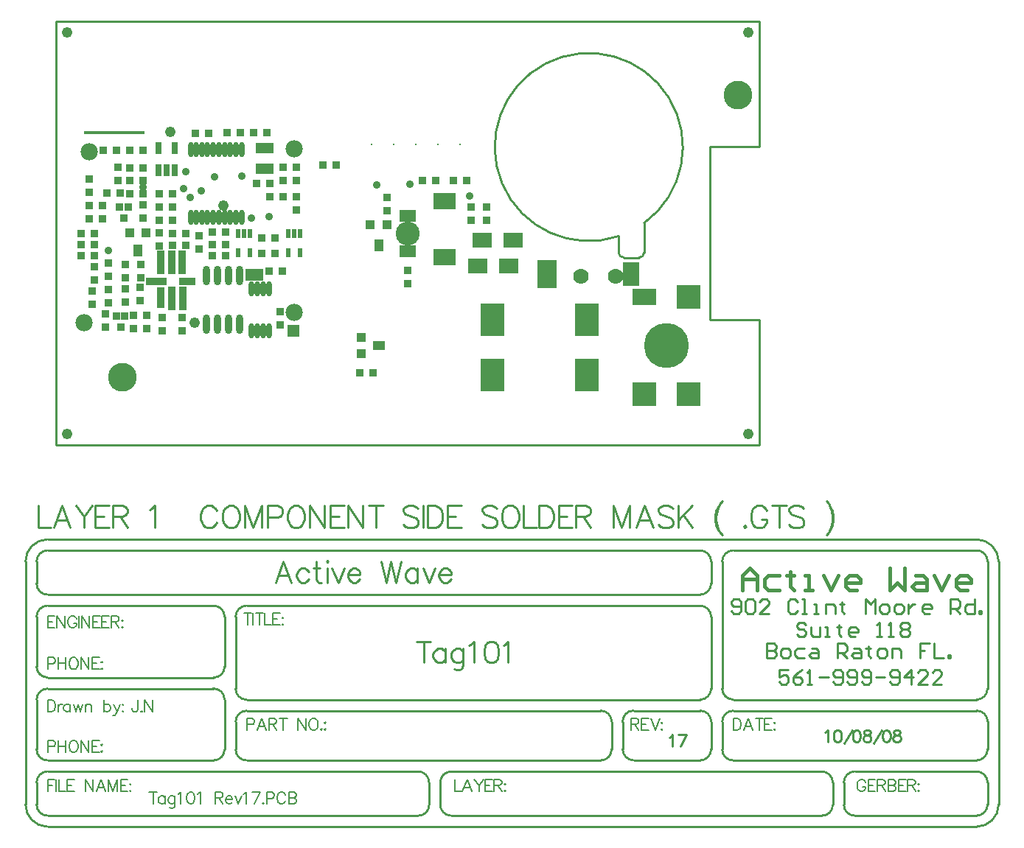
<source format=gts>
%FSLAX23Y23*%
%MOIN*%
G70*
G01*
G75*
G04 Layer_Color=8388736*
%ADD10R,0.080X0.060*%
%ADD11R,0.091X0.067*%
%ADD12R,0.030X0.030*%
%ADD13R,0.030X0.030*%
%ADD14R,0.024X0.024*%
%ADD15R,0.098X0.138*%
%ADD16R,0.020X0.050*%
%ADD17R,0.080X0.120*%
%ADD18R,0.070X0.100*%
%ADD19R,0.100X0.070*%
%ADD20O,0.016X0.060*%
%ADD21R,0.014X0.035*%
%ADD22R,0.025X0.030*%
%ADD23R,0.100X0.100*%
%ADD24R,0.064X0.044*%
%ADD25R,0.014X0.035*%
%ADD26R,0.090X0.024*%
%ADD27R,0.024X0.100*%
%ADD28R,0.070X0.024*%
%ADD29R,0.024X0.090*%
%ADD30O,0.016X0.060*%
%ADD31R,0.075X0.043*%
%ADD32R,0.036X0.036*%
%ADD33R,0.036X0.050*%
%ADD34C,0.040*%
%ADD35R,0.074X0.045*%
%ADD36R,0.036X0.036*%
%ADD37R,0.050X0.036*%
%ADD38O,0.024X0.080*%
%ADD39C,0.015*%
%ADD40C,0.040*%
%ADD41C,0.006*%
%ADD42C,0.025*%
%ADD43C,0.010*%
%ADD44C,0.030*%
%ADD45C,0.012*%
%ADD46C,0.016*%
%ADD47C,0.014*%
%ADD48C,0.020*%
%ADD49C,0.008*%
%ADD50C,0.074*%
%ADD51C,0.005*%
%ADD52C,0.009*%
%ADD53C,0.062*%
%ADD54C,0.195*%
%ADD55C,0.070*%
%ADD56C,0.100*%
%ADD57C,0.122*%
%ADD58R,0.050X0.050*%
%ADD59C,0.028*%
%ADD60R,0.070X0.070*%
%ADD61R,0.062X0.062*%
%ADD62C,0.006*%
%ADD63C,0.010*%
%ADD64R,0.273X0.018*%
%ADD65R,0.088X0.068*%
%ADD66R,0.099X0.075*%
%ADD67R,0.038X0.038*%
%ADD68R,0.038X0.038*%
%ADD69R,0.032X0.032*%
%ADD70R,0.106X0.146*%
%ADD71R,0.028X0.058*%
%ADD72R,0.088X0.128*%
%ADD73R,0.078X0.108*%
%ADD74R,0.108X0.078*%
%ADD75O,0.024X0.068*%
%ADD76R,0.022X0.043*%
%ADD77R,0.033X0.038*%
%ADD78R,0.108X0.108*%
%ADD79R,0.072X0.052*%
%ADD80R,0.022X0.043*%
%ADD81R,0.098X0.032*%
%ADD82R,0.032X0.108*%
%ADD83R,0.078X0.032*%
%ADD84R,0.032X0.098*%
%ADD85O,0.024X0.068*%
%ADD86R,0.083X0.051*%
%ADD87R,0.044X0.044*%
%ADD88R,0.044X0.058*%
%ADD89C,0.048*%
%ADD90R,0.082X0.053*%
%ADD91R,0.044X0.044*%
%ADD92R,0.058X0.044*%
%ADD93O,0.032X0.088*%
%ADD94C,0.203*%
%ADD95C,0.078*%
%ADD96C,0.108*%
%ADD97C,0.130*%
%ADD98C,0.008*%
%ADD99R,0.008X0.008*%
%ADD100R,0.058X0.058*%
%ADD101C,0.036*%
D39*
X3053Y-708D02*
Y-641D01*
X3086Y-608D01*
X3119Y-641D01*
Y-708D01*
Y-658D01*
X3053D01*
X3219Y-641D02*
X3169D01*
X3152Y-658D01*
Y-691D01*
X3169Y-708D01*
X3219D01*
X3269Y-625D02*
Y-641D01*
X3252D01*
X3286D01*
X3269D01*
Y-691D01*
X3286Y-708D01*
X3336D02*
X3369D01*
X3352D01*
Y-641D01*
X3336D01*
X3419D02*
X3452Y-708D01*
X3486Y-641D01*
X3569Y-708D02*
X3536D01*
X3519Y-691D01*
Y-658D01*
X3536Y-641D01*
X3569D01*
X3586Y-658D01*
Y-675D01*
X3519D01*
X3719Y-608D02*
Y-708D01*
X3752Y-675D01*
X3786Y-708D01*
Y-608D01*
X3836Y-641D02*
X3869D01*
X3886Y-658D01*
Y-708D01*
X3836D01*
X3819Y-691D01*
X3836Y-675D01*
X3886D01*
X3919Y-641D02*
X3952Y-708D01*
X3986Y-641D01*
X4069Y-708D02*
X4036D01*
X4019Y-691D01*
Y-658D01*
X4036Y-641D01*
X4069D01*
X4086Y-658D01*
Y-675D01*
X4019D01*
D43*
X-130Y-325D02*
Y-425D01*
X-73D01*
X14D02*
X-24Y-325D01*
X-62Y-425D01*
X-48Y-392D02*
X-0D01*
X38Y-325D02*
X76Y-373D01*
Y-425D01*
X114Y-325D02*
X76Y-373D01*
X189Y-325D02*
X127D01*
Y-425D01*
X189D01*
X127Y-373D02*
X165D01*
X205Y-325D02*
Y-425D01*
Y-325D02*
X248D01*
X262Y-330D01*
X267Y-335D01*
X272Y-344D01*
Y-354D01*
X267Y-363D01*
X262Y-368D01*
X248Y-373D01*
X205D01*
X238D02*
X272Y-425D01*
X373Y-344D02*
X382Y-339D01*
X397Y-325D01*
Y-425D01*
X675Y-349D02*
X670Y-339D01*
X660Y-330D01*
X651Y-325D01*
X632D01*
X622Y-330D01*
X613Y-339D01*
X608Y-349D01*
X603Y-363D01*
Y-387D01*
X608Y-401D01*
X613Y-411D01*
X622Y-420D01*
X632Y-425D01*
X651D01*
X660Y-420D01*
X670Y-411D01*
X675Y-401D01*
X731Y-325D02*
X722Y-330D01*
X712Y-339D01*
X707Y-349D01*
X703Y-363D01*
Y-387D01*
X707Y-401D01*
X712Y-411D01*
X722Y-420D01*
X731Y-425D01*
X750D01*
X760Y-420D01*
X769Y-411D01*
X774Y-401D01*
X779Y-387D01*
Y-363D01*
X774Y-349D01*
X769Y-339D01*
X760Y-330D01*
X750Y-325D01*
X731D01*
X802D02*
Y-425D01*
Y-325D02*
X840Y-425D01*
X878Y-325D02*
X840Y-425D01*
X878Y-325D02*
Y-425D01*
X907Y-377D02*
X950D01*
X964Y-373D01*
X969Y-368D01*
X974Y-358D01*
Y-344D01*
X969Y-335D01*
X964Y-330D01*
X950Y-325D01*
X907D01*
Y-425D01*
X1025Y-325D02*
X1015Y-330D01*
X1005Y-339D01*
X1001Y-349D01*
X996Y-363D01*
Y-387D01*
X1001Y-401D01*
X1005Y-411D01*
X1015Y-420D01*
X1025Y-425D01*
X1044D01*
X1053Y-420D01*
X1063Y-411D01*
X1067Y-401D01*
X1072Y-387D01*
Y-363D01*
X1067Y-349D01*
X1063Y-339D01*
X1053Y-330D01*
X1044Y-325D01*
X1025D01*
X1095D02*
Y-425D01*
Y-325D02*
X1162Y-425D01*
Y-325D02*
Y-425D01*
X1252Y-325D02*
X1190D01*
Y-425D01*
X1252D01*
X1190Y-373D02*
X1228D01*
X1268Y-325D02*
Y-425D01*
Y-325D02*
X1335Y-425D01*
Y-325D02*
Y-425D01*
X1396Y-325D02*
Y-425D01*
X1363Y-325D02*
X1429D01*
X1586Y-339D02*
X1577Y-330D01*
X1562Y-325D01*
X1543D01*
X1529Y-330D01*
X1520Y-339D01*
Y-349D01*
X1524Y-358D01*
X1529Y-363D01*
X1539Y-368D01*
X1567Y-377D01*
X1577Y-382D01*
X1582Y-387D01*
X1586Y-396D01*
Y-411D01*
X1577Y-420D01*
X1562Y-425D01*
X1543D01*
X1529Y-420D01*
X1520Y-411D01*
X1609Y-325D02*
Y-425D01*
X1630Y-325D02*
Y-425D01*
Y-325D02*
X1663D01*
X1677Y-330D01*
X1687Y-339D01*
X1692Y-349D01*
X1696Y-363D01*
Y-387D01*
X1692Y-401D01*
X1687Y-411D01*
X1677Y-420D01*
X1663Y-425D01*
X1630D01*
X1781Y-325D02*
X1719D01*
Y-425D01*
X1781D01*
X1719Y-373D02*
X1757D01*
X1942Y-339D02*
X1933Y-330D01*
X1919Y-325D01*
X1900D01*
X1885Y-330D01*
X1876Y-339D01*
Y-349D01*
X1881Y-358D01*
X1885Y-363D01*
X1895Y-368D01*
X1923Y-377D01*
X1933Y-382D01*
X1938Y-387D01*
X1942Y-396D01*
Y-411D01*
X1933Y-420D01*
X1919Y-425D01*
X1900D01*
X1885Y-420D01*
X1876Y-411D01*
X1993Y-325D02*
X1984Y-330D01*
X1974Y-339D01*
X1970Y-349D01*
X1965Y-363D01*
Y-387D01*
X1970Y-401D01*
X1974Y-411D01*
X1984Y-420D01*
X1993Y-425D01*
X2012D01*
X2022Y-420D01*
X2031Y-411D01*
X2036Y-401D01*
X2041Y-387D01*
Y-363D01*
X2036Y-349D01*
X2031Y-339D01*
X2022Y-330D01*
X2012Y-325D01*
X1993D01*
X2064D02*
Y-425D01*
X2121D01*
X2132Y-325D02*
Y-425D01*
Y-325D02*
X2166D01*
X2180Y-330D01*
X2190Y-339D01*
X2194Y-349D01*
X2199Y-363D01*
Y-387D01*
X2194Y-401D01*
X2190Y-411D01*
X2180Y-420D01*
X2166Y-425D01*
X2132D01*
X2283Y-325D02*
X2221D01*
Y-425D01*
X2283D01*
X2221Y-373D02*
X2259D01*
X2300Y-325D02*
Y-425D01*
Y-325D02*
X2343D01*
X2357Y-330D01*
X2362Y-335D01*
X2367Y-344D01*
Y-354D01*
X2362Y-363D01*
X2357Y-368D01*
X2343Y-373D01*
X2300D01*
X2333D02*
X2367Y-425D01*
X2468Y-325D02*
Y-425D01*
Y-325D02*
X2506Y-425D01*
X2544Y-325D02*
X2506Y-425D01*
X2544Y-325D02*
Y-425D01*
X2648D02*
X2610Y-325D01*
X2572Y-425D01*
X2587Y-392D02*
X2634D01*
X2738Y-339D02*
X2729Y-330D01*
X2715Y-325D01*
X2696D01*
X2681Y-330D01*
X2672Y-339D01*
Y-349D01*
X2677Y-358D01*
X2681Y-363D01*
X2691Y-368D01*
X2719Y-377D01*
X2729Y-382D01*
X2734Y-387D01*
X2738Y-396D01*
Y-411D01*
X2729Y-420D01*
X2715Y-425D01*
X2696D01*
X2681Y-420D01*
X2672Y-411D01*
X2761Y-325D02*
Y-425D01*
X2827Y-325D02*
X2761Y-392D01*
X2785Y-368D02*
X2827Y-425D01*
X2962Y-306D02*
X2952Y-315D01*
X2943Y-330D01*
X2933Y-349D01*
X2928Y-373D01*
Y-392D01*
X2933Y-415D01*
X2943Y-435D01*
X2952Y-449D01*
X2962Y-458D01*
X2952Y-315D02*
X2943Y-335D01*
X2938Y-349D01*
X2933Y-373D01*
Y-392D01*
X2938Y-415D01*
X2943Y-430D01*
X2952Y-449D01*
X3064Y-415D02*
X3059Y-420D01*
X3064Y-425D01*
X3069Y-420D01*
X3064Y-415D01*
X3162Y-349D02*
X3157Y-339D01*
X3148Y-330D01*
X3138Y-325D01*
X3119D01*
X3110Y-330D01*
X3100Y-339D01*
X3095Y-349D01*
X3091Y-363D01*
Y-387D01*
X3095Y-401D01*
X3100Y-411D01*
X3110Y-420D01*
X3119Y-425D01*
X3138D01*
X3148Y-420D01*
X3157Y-411D01*
X3162Y-401D01*
Y-387D01*
X3138D02*
X3162D01*
X3218Y-325D02*
Y-425D01*
X3185Y-325D02*
X3252D01*
X3330Y-339D02*
X3321Y-330D01*
X3306Y-325D01*
X3287D01*
X3273Y-330D01*
X3264Y-339D01*
Y-349D01*
X3268Y-358D01*
X3273Y-363D01*
X3283Y-368D01*
X3311Y-377D01*
X3321Y-382D01*
X3325Y-387D01*
X3330Y-396D01*
Y-411D01*
X3321Y-420D01*
X3306Y-425D01*
X3287D01*
X3273Y-420D01*
X3264Y-411D01*
X3431Y-306D02*
X3441Y-315D01*
X3450Y-330D01*
X3460Y-349D01*
X3464Y-373D01*
Y-392D01*
X3460Y-415D01*
X3450Y-435D01*
X3441Y-449D01*
X3431Y-458D01*
X3441Y-315D02*
X3450Y-335D01*
X3455Y-349D01*
X3460Y-373D01*
Y-392D01*
X3455Y-415D01*
X3450Y-430D01*
X3441Y-449D01*
X2493Y820D02*
G03*
X2516Y797I23J0D01*
G01*
X2585D02*
G03*
X2608Y820I0J23D01*
G01*
X2608Y953D02*
G03*
X2493Y894I-250J344D01*
G01*
X2493Y820D02*
Y894D01*
X2516Y797D02*
X2585D01*
X2608Y820D02*
Y953D01*
X-50Y1865D02*
X3130D01*
Y1300D02*
Y1865D01*
X2905Y620D02*
Y1229D01*
X3130Y-50D02*
Y514D01*
X-50Y-50D02*
X3130D01*
X-50D02*
Y1865D01*
X2990Y514D02*
X3130D01*
X2905D02*
Y630D01*
Y514D02*
X3020D01*
X2905Y1215D02*
Y1300D01*
X3130D01*
X4161Y-1302D02*
G03*
X4112Y-1253I-49J0D01*
G01*
X3011D02*
G03*
X2961Y-1303I0J-50D01*
G01*
X4111Y-1203D02*
G03*
X4161Y-1153I0J50D01*
G01*
X2961D02*
G03*
X3011Y-1203I50J0D01*
G01*
X-89Y-478D02*
G03*
X-189Y-578I0J-100D01*
G01*
Y-1677D02*
G03*
X-90Y-1778I101J0D01*
G01*
X4111Y-1778D02*
G03*
X4211Y-1678I0J100D01*
G01*
Y-578D02*
G03*
X4111Y-478I-100J0D01*
G01*
X4161Y-577D02*
G03*
X4110Y-528I-49J0D01*
G01*
X4111Y-1478D02*
G03*
X4161Y-1428I0J50D01*
G01*
X4161Y-1577D02*
G03*
X4111Y-1528I-50J-1D01*
G01*
Y-1728D02*
G03*
X4161Y-1678I0J50D01*
G01*
X2861Y-1478D02*
G03*
X2911Y-1428I0J50D01*
G01*
X2961Y-1429D02*
G03*
X3011Y-1478I49J0D01*
G01*
X2911Y-1302D02*
G03*
X2862Y-1253I-49J0D01*
G01*
X-139Y-1678D02*
G03*
X-90Y-1728I50J0D01*
G01*
X2862Y-1203D02*
G03*
X2911Y-1153I-1J50D01*
G01*
X-89Y-1528D02*
G03*
X-139Y-1578I0J-50D01*
G01*
X2911Y-828D02*
G03*
X2861Y-778I-50J0D01*
G01*
Y-728D02*
G03*
X2911Y-678I0J50D01*
G01*
X3011Y-528D02*
G03*
X2961Y-578I0J-50D01*
G01*
X2911D02*
G03*
X2861Y-528I-50J0D01*
G01*
X-89D02*
G03*
X-139Y-578I0J-50D01*
G01*
Y-678D02*
G03*
X-89Y-728I50J0D01*
G01*
Y-778D02*
G03*
X-139Y-828I0J-50D01*
G01*
Y-1053D02*
G03*
X-89Y-1103I50J0D01*
G01*
Y-1153D02*
G03*
X-139Y-1203I0J-50D01*
G01*
Y-1428D02*
G03*
X-90Y-1478I50J0D01*
G01*
X811Y-778D02*
G03*
X761Y-828I0J-50D01*
G01*
X811Y-1253D02*
G03*
X761Y-1303I0J-50D01*
G01*
X2559Y-1253D02*
G03*
X2511Y-1304I0J-48D01*
G01*
X2511Y-1427D02*
G03*
X2561Y-1478I51J0D01*
G01*
X2412Y-1478D02*
G03*
X2461Y-1428I0J49D01*
G01*
X2461Y-1302D02*
G03*
X2412Y-1253I-49J0D01*
G01*
X662Y-1478D02*
G03*
X711Y-1429I0J49D01*
G01*
X761D02*
G03*
X810Y-1478I49J0D01*
G01*
X761Y-1154D02*
G03*
X810Y-1203I49J0D01*
G01*
X711Y-1202D02*
G03*
X660Y-1153I-49J0D01*
G01*
X663Y-1103D02*
G03*
X711Y-1055I0J48D01*
G01*
Y-827D02*
G03*
X662Y-778I-49J0D01*
G01*
X3561Y-1528D02*
G03*
X3511Y-1578I0J-50D01*
G01*
Y-1679D02*
G03*
X3561Y-1728I49J0D01*
G01*
X3412Y-1728D02*
G03*
X3461Y-1679I1J48D01*
G01*
X3461Y-1578D02*
G03*
X3411Y-1528I-50J0D01*
G01*
X1686Y-1678D02*
G03*
X1735Y-1728I50J0D01*
G01*
X1736Y-1528D02*
G03*
X1686Y-1578I0J-50D01*
G01*
X1587Y-1728D02*
G03*
X1636Y-1679I1J48D01*
G01*
X1636Y-1578D02*
G03*
X1586Y-1528I-50J0D01*
G01*
X4161Y-1428D02*
Y-1302D01*
X2961Y-1428D02*
Y-1303D01*
X4161Y-1153D02*
Y-578D01*
X2961Y-1153D02*
Y-578D01*
X-189Y-1678D02*
Y-578D01*
X-139Y-1678D02*
Y-1578D01*
X4161Y-1678D02*
Y-1578D01*
X2911Y-1428D02*
Y-1303D01*
X2511Y-1428D02*
Y-1303D01*
X761Y-1428D02*
Y-1303D01*
X2461Y-1428D02*
Y-1303D01*
X761Y-1153D02*
Y-828D01*
X2911Y-1153D02*
Y-828D01*
Y-678D02*
Y-578D01*
X-139Y-678D02*
Y-578D01*
X711Y-1053D02*
Y-828D01*
X-139Y-1053D02*
Y-828D01*
X711Y-1428D02*
Y-1203D01*
X-139Y-1428D02*
Y-1203D01*
X4211Y-1678D02*
Y-578D01*
X3511Y-1678D02*
Y-1578D01*
X3461Y-1678D02*
Y-1578D01*
X1686Y-1678D02*
Y-1578D01*
X1636Y-1678D02*
Y-1578D01*
X3011Y-1253D02*
X4111D01*
X3011Y-1203D02*
X4111D01*
X811D02*
X2861D01*
X3011Y-528D02*
X4111D01*
X3011Y-1478D02*
X4111D01*
X2561Y-1253D02*
X2861D01*
X2561Y-1478D02*
X2861D01*
X811D02*
X2411D01*
X811Y-1253D02*
X2411D01*
X811Y-778D02*
X2861D01*
X-89Y-728D02*
X2861D01*
X-89Y-778D02*
X661D01*
X-89Y-1103D02*
X661D01*
X-89Y-1153D02*
X661D01*
X-89Y-1478D02*
X661D01*
X-89Y-478D02*
X4111D01*
X-89Y-1778D02*
X4111D01*
X-89Y-528D02*
X2861D01*
X3561Y-1528D02*
X4111D01*
X3561Y-1728D02*
X4111D01*
X1736Y-1528D02*
X3411D01*
X-89D02*
X1586D01*
X-89Y-1728D02*
X1586D01*
X1736D02*
X3411D01*
X3340Y-865D02*
X3330Y-854D01*
X3308D01*
X3298Y-865D01*
Y-875D01*
X3308Y-886D01*
X3330D01*
X3340Y-897D01*
Y-907D01*
X3330Y-918D01*
X3308D01*
X3298Y-907D01*
X3362Y-875D02*
Y-907D01*
X3372Y-918D01*
X3404D01*
Y-875D01*
X3425Y-918D02*
X3447D01*
X3436D01*
Y-875D01*
X3425D01*
X3489Y-865D02*
Y-875D01*
X3479D01*
X3500D01*
X3489D01*
Y-907D01*
X3500Y-918D01*
X3564D02*
X3543D01*
X3532Y-907D01*
Y-886D01*
X3543Y-875D01*
X3564D01*
X3575Y-886D01*
Y-897D01*
X3532D01*
X3660Y-918D02*
X3681D01*
X3671D01*
Y-854D01*
X3660Y-865D01*
X3713Y-918D02*
X3735D01*
X3724D01*
Y-854D01*
X3713Y-865D01*
X3767D02*
X3777Y-854D01*
X3799D01*
X3809Y-865D01*
Y-875D01*
X3799Y-886D01*
X3809Y-897D01*
Y-907D01*
X3799Y-918D01*
X3777D01*
X3767Y-907D01*
Y-897D01*
X3777Y-886D01*
X3767Y-875D01*
Y-865D01*
X3777Y-886D02*
X3799D01*
X3260Y-1069D02*
X3218D01*
Y-1101D01*
X3239Y-1090D01*
X3250D01*
X3260Y-1101D01*
Y-1122D01*
X3250Y-1133D01*
X3228D01*
X3218Y-1122D01*
X3324Y-1069D02*
X3303Y-1080D01*
X3282Y-1101D01*
Y-1122D01*
X3292Y-1133D01*
X3313D01*
X3324Y-1122D01*
Y-1112D01*
X3313Y-1101D01*
X3282D01*
X3345Y-1133D02*
X3367D01*
X3356D01*
Y-1069D01*
X3345Y-1080D01*
X3399Y-1101D02*
X3441D01*
X3463Y-1122D02*
X3473Y-1133D01*
X3495D01*
X3505Y-1122D01*
Y-1080D01*
X3495Y-1069D01*
X3473D01*
X3463Y-1080D01*
Y-1090D01*
X3473Y-1101D01*
X3505D01*
X3527Y-1122D02*
X3537Y-1133D01*
X3559D01*
X3569Y-1122D01*
Y-1080D01*
X3559Y-1069D01*
X3537D01*
X3527Y-1080D01*
Y-1090D01*
X3537Y-1101D01*
X3569D01*
X3591Y-1122D02*
X3601Y-1133D01*
X3623D01*
X3633Y-1122D01*
Y-1080D01*
X3623Y-1069D01*
X3601D01*
X3591Y-1080D01*
Y-1090D01*
X3601Y-1101D01*
X3633D01*
X3655D02*
X3697D01*
X3719Y-1122D02*
X3729Y-1133D01*
X3751D01*
X3761Y-1122D01*
Y-1080D01*
X3751Y-1069D01*
X3729D01*
X3719Y-1080D01*
Y-1090D01*
X3729Y-1101D01*
X3761D01*
X3815Y-1133D02*
Y-1069D01*
X3783Y-1101D01*
X3825D01*
X3889Y-1133D02*
X3847D01*
X3889Y-1090D01*
Y-1080D01*
X3879Y-1069D01*
X3857D01*
X3847Y-1080D01*
X3953Y-1133D02*
X3911D01*
X3953Y-1090D01*
Y-1080D01*
X3943Y-1069D01*
X3921D01*
X3911Y-1080D01*
X3003Y-802D02*
X3013Y-813D01*
X3035D01*
X3045Y-802D01*
Y-760D01*
X3035Y-749D01*
X3013D01*
X3003Y-760D01*
Y-770D01*
X3013Y-781D01*
X3045D01*
X3067Y-760D02*
X3077Y-749D01*
X3098D01*
X3109Y-760D01*
Y-802D01*
X3098Y-813D01*
X3077D01*
X3067Y-802D01*
Y-760D01*
X3173Y-813D02*
X3130D01*
X3173Y-770D01*
Y-760D01*
X3162Y-749D01*
X3141D01*
X3130Y-760D01*
X3301D02*
X3290Y-749D01*
X3269D01*
X3258Y-760D01*
Y-802D01*
X3269Y-813D01*
X3290D01*
X3301Y-802D01*
X3322Y-813D02*
X3344D01*
X3333D01*
Y-749D01*
X3322D01*
X3376Y-813D02*
X3397D01*
X3386D01*
Y-770D01*
X3376D01*
X3429Y-813D02*
Y-770D01*
X3461D01*
X3472Y-781D01*
Y-813D01*
X3504Y-760D02*
Y-770D01*
X3493D01*
X3514D01*
X3504D01*
Y-802D01*
X3514Y-813D01*
X3610D02*
Y-749D01*
X3632Y-770D01*
X3653Y-749D01*
Y-813D01*
X3685D02*
X3706D01*
X3717Y-802D01*
Y-781D01*
X3706Y-770D01*
X3685D01*
X3674Y-781D01*
Y-802D01*
X3685Y-813D01*
X3749D02*
X3770D01*
X3781Y-802D01*
Y-781D01*
X3770Y-770D01*
X3749D01*
X3738Y-781D01*
Y-802D01*
X3749Y-813D01*
X3802Y-770D02*
Y-813D01*
Y-792D01*
X3813Y-781D01*
X3824Y-770D01*
X3834D01*
X3898Y-813D02*
X3877D01*
X3866Y-802D01*
Y-781D01*
X3877Y-770D01*
X3898D01*
X3909Y-781D01*
Y-792D01*
X3866D01*
X3994Y-813D02*
Y-749D01*
X4026D01*
X4037Y-760D01*
Y-781D01*
X4026Y-792D01*
X3994D01*
X4016D02*
X4037Y-813D01*
X4101Y-749D02*
Y-813D01*
X4069D01*
X4058Y-802D01*
Y-781D01*
X4069Y-770D01*
X4101D01*
X4122Y-813D02*
Y-802D01*
X4133D01*
Y-813D01*
X4122D01*
X3163Y-949D02*
Y-1013D01*
X3195D01*
X3205Y-1002D01*
Y-992D01*
X3195Y-981D01*
X3163D01*
X3195D01*
X3205Y-970D01*
Y-960D01*
X3195Y-949D01*
X3163D01*
X3237Y-1013D02*
X3258D01*
X3269Y-1002D01*
Y-981D01*
X3258Y-970D01*
X3237D01*
X3227Y-981D01*
Y-1002D01*
X3237Y-1013D01*
X3333Y-970D02*
X3301D01*
X3290Y-981D01*
Y-1002D01*
X3301Y-1013D01*
X3333D01*
X3365Y-970D02*
X3386D01*
X3397Y-981D01*
Y-1013D01*
X3365D01*
X3354Y-1002D01*
X3365Y-992D01*
X3397D01*
X3482Y-1013D02*
Y-949D01*
X3514D01*
X3525Y-960D01*
Y-981D01*
X3514Y-992D01*
X3482D01*
X3504D02*
X3525Y-1013D01*
X3557Y-970D02*
X3578D01*
X3589Y-981D01*
Y-1013D01*
X3557D01*
X3546Y-1002D01*
X3557Y-992D01*
X3589D01*
X3621Y-960D02*
Y-970D01*
X3610D01*
X3632D01*
X3621D01*
Y-1002D01*
X3632Y-1013D01*
X3674D02*
X3696D01*
X3706Y-1002D01*
Y-981D01*
X3696Y-970D01*
X3674D01*
X3664Y-981D01*
Y-1002D01*
X3674Y-1013D01*
X3728D02*
Y-970D01*
X3760D01*
X3770Y-981D01*
Y-1013D01*
X3898Y-949D02*
X3856D01*
Y-981D01*
X3877D01*
X3856D01*
Y-1013D01*
X3920Y-949D02*
Y-1013D01*
X3962D01*
X3984D02*
Y-1002D01*
X3994D01*
Y-1013D01*
X3984D01*
D49*
X319Y-1206D02*
Y-1247D01*
X317Y-1254D01*
X314Y-1257D01*
X309Y-1259D01*
X304D01*
X299Y-1257D01*
X296Y-1254D01*
X294Y-1247D01*
Y-1241D01*
X336Y-1254D02*
X333Y-1257D01*
X336Y-1259D01*
X338Y-1257D01*
X336Y-1254D01*
X350Y-1206D02*
Y-1259D01*
Y-1206D02*
X385Y-1259D01*
Y-1206D02*
Y-1259D01*
D51*
X388Y-1622D02*
Y-1675D01*
X370Y-1622D02*
X406D01*
X442Y-1639D02*
Y-1675D01*
Y-1647D02*
X437Y-1642D01*
X432Y-1639D01*
X425D01*
X420Y-1642D01*
X414Y-1647D01*
X412Y-1655D01*
Y-1660D01*
X414Y-1667D01*
X420Y-1672D01*
X425Y-1675D01*
X432D01*
X437Y-1672D01*
X442Y-1667D01*
X487Y-1639D02*
Y-1680D01*
X485Y-1688D01*
X482Y-1690D01*
X477Y-1693D01*
X469D01*
X464Y-1690D01*
X487Y-1647D02*
X482Y-1642D01*
X477Y-1639D01*
X469D01*
X464Y-1642D01*
X459Y-1647D01*
X457Y-1655D01*
Y-1660D01*
X459Y-1667D01*
X464Y-1672D01*
X469Y-1675D01*
X477D01*
X482Y-1672D01*
X487Y-1667D01*
X501Y-1632D02*
X506Y-1629D01*
X514Y-1622D01*
Y-1675D01*
X556Y-1622D02*
X548Y-1624D01*
X543Y-1632D01*
X540Y-1645D01*
Y-1652D01*
X543Y-1665D01*
X548Y-1672D01*
X556Y-1675D01*
X561D01*
X568Y-1672D01*
X573Y-1665D01*
X576Y-1652D01*
Y-1645D01*
X573Y-1632D01*
X568Y-1624D01*
X561Y-1622D01*
X556D01*
X588Y-1632D02*
X593Y-1629D01*
X601Y-1622D01*
Y-1675D01*
X669Y-1622D02*
Y-1675D01*
Y-1622D02*
X692D01*
X699Y-1624D01*
X702Y-1627D01*
X704Y-1632D01*
Y-1637D01*
X702Y-1642D01*
X699Y-1645D01*
X692Y-1647D01*
X669D01*
X687D02*
X704Y-1675D01*
X716Y-1655D02*
X747D01*
Y-1650D01*
X744Y-1645D01*
X742Y-1642D01*
X737Y-1639D01*
X729D01*
X724Y-1642D01*
X719Y-1647D01*
X716Y-1655D01*
Y-1660D01*
X719Y-1667D01*
X724Y-1672D01*
X729Y-1675D01*
X737D01*
X742Y-1672D01*
X747Y-1667D01*
X758Y-1639D02*
X773Y-1675D01*
X789Y-1639D02*
X773Y-1675D01*
X797Y-1632D02*
X802Y-1629D01*
X810Y-1622D01*
Y-1675D01*
X872Y-1622D02*
X847Y-1675D01*
X836Y-1622D02*
X872D01*
X886Y-1670D02*
X884Y-1672D01*
X886Y-1675D01*
X889Y-1672D01*
X886Y-1670D01*
X901Y-1650D02*
X924D01*
X931Y-1647D01*
X934Y-1645D01*
X936Y-1639D01*
Y-1632D01*
X934Y-1627D01*
X931Y-1624D01*
X924Y-1622D01*
X901D01*
Y-1675D01*
X986Y-1634D02*
X984Y-1629D01*
X979Y-1624D01*
X974Y-1622D01*
X963D01*
X958Y-1624D01*
X953Y-1629D01*
X951Y-1634D01*
X948Y-1642D01*
Y-1655D01*
X951Y-1662D01*
X953Y-1667D01*
X958Y-1672D01*
X963Y-1675D01*
X974D01*
X979Y-1672D01*
X984Y-1667D01*
X986Y-1662D01*
X1001Y-1622D02*
Y-1675D01*
Y-1622D02*
X1024D01*
X1032Y-1624D01*
X1034Y-1627D01*
X1037Y-1632D01*
Y-1637D01*
X1034Y-1642D01*
X1032Y-1645D01*
X1024Y-1647D01*
X1001D02*
X1024D01*
X1032Y-1650D01*
X1034Y-1652D01*
X1037Y-1657D01*
Y-1665D01*
X1034Y-1670D01*
X1032Y-1672D01*
X1024Y-1675D01*
X1001D01*
X3011Y-1287D02*
Y-1341D01*
Y-1287D02*
X3029D01*
X3036Y-1290D01*
X3041Y-1295D01*
X3044Y-1300D01*
X3046Y-1308D01*
Y-1320D01*
X3044Y-1328D01*
X3041Y-1333D01*
X3036Y-1338D01*
X3029Y-1341D01*
X3011D01*
X3099D02*
X3079Y-1287D01*
X3058Y-1341D01*
X3066Y-1323D02*
X3091D01*
X3129Y-1287D02*
Y-1341D01*
X3111Y-1287D02*
X3147D01*
X3186D02*
X3153D01*
Y-1341D01*
X3186D01*
X3153Y-1313D02*
X3174D01*
X3198Y-1305D02*
X3195Y-1308D01*
X3198Y-1310D01*
X3200Y-1308D01*
X3198Y-1305D01*
Y-1336D02*
X3195Y-1338D01*
X3198Y-1341D01*
X3200Y-1338D01*
X3198Y-1336D01*
X2548Y-1287D02*
Y-1341D01*
Y-1287D02*
X2571D01*
X2579Y-1290D01*
X2581Y-1292D01*
X2584Y-1298D01*
Y-1303D01*
X2581Y-1308D01*
X2579Y-1310D01*
X2571Y-1313D01*
X2548D01*
X2566D02*
X2584Y-1341D01*
X2629Y-1287D02*
X2596D01*
Y-1341D01*
X2629D01*
X2596Y-1313D02*
X2616D01*
X2638Y-1287D02*
X2658Y-1341D01*
X2678Y-1287D02*
X2658Y-1341D01*
X2688Y-1305D02*
X2685Y-1308D01*
X2688Y-1310D01*
X2690Y-1308D01*
X2688Y-1305D01*
Y-1336D02*
X2685Y-1338D01*
X2688Y-1341D01*
X2690Y-1338D01*
X2688Y-1336D01*
X-89Y-1040D02*
X-66D01*
X-59Y-1038D01*
X-56Y-1035D01*
X-54Y-1030D01*
Y-1023D01*
X-56Y-1017D01*
X-59Y-1015D01*
X-66Y-1012D01*
X-89D01*
Y-1066D01*
X-42Y-1012D02*
Y-1066D01*
X-6Y-1012D02*
Y-1066D01*
X-42Y-1038D02*
X-6D01*
X24Y-1012D02*
X19Y-1015D01*
X14Y-1020D01*
X11Y-1025D01*
X9Y-1033D01*
Y-1045D01*
X11Y-1053D01*
X14Y-1058D01*
X19Y-1063D01*
X24Y-1066D01*
X34D01*
X39Y-1063D01*
X44Y-1058D01*
X47Y-1053D01*
X49Y-1045D01*
Y-1033D01*
X47Y-1025D01*
X44Y-1020D01*
X39Y-1015D01*
X34Y-1012D01*
X24D01*
X62D02*
Y-1066D01*
Y-1012D02*
X97Y-1066D01*
Y-1012D02*
Y-1066D01*
X145Y-1012D02*
X112D01*
Y-1066D01*
X145D01*
X112Y-1038D02*
X132D01*
X156Y-1030D02*
X154Y-1033D01*
X156Y-1035D01*
X159Y-1033D01*
X156Y-1030D01*
Y-1061D02*
X154Y-1063D01*
X156Y-1066D01*
X159Y-1063D01*
X156Y-1061D01*
X-89Y-1415D02*
X-66D01*
X-59Y-1413D01*
X-56Y-1410D01*
X-54Y-1405D01*
Y-1398D01*
X-56Y-1392D01*
X-59Y-1390D01*
X-66Y-1387D01*
X-89D01*
Y-1441D01*
X-42Y-1387D02*
Y-1441D01*
X-6Y-1387D02*
Y-1441D01*
X-42Y-1413D02*
X-6D01*
X24Y-1387D02*
X19Y-1390D01*
X14Y-1395D01*
X11Y-1400D01*
X9Y-1408D01*
Y-1420D01*
X11Y-1428D01*
X14Y-1433D01*
X19Y-1438D01*
X24Y-1441D01*
X34D01*
X39Y-1438D01*
X44Y-1433D01*
X47Y-1428D01*
X49Y-1420D01*
Y-1408D01*
X47Y-1400D01*
X44Y-1395D01*
X39Y-1390D01*
X34Y-1387D01*
X24D01*
X62D02*
Y-1441D01*
Y-1387D02*
X97Y-1441D01*
Y-1387D02*
Y-1441D01*
X145Y-1387D02*
X112D01*
Y-1441D01*
X145D01*
X112Y-1413D02*
X132D01*
X156Y-1405D02*
X154Y-1408D01*
X156Y-1410D01*
X159Y-1408D01*
X156Y-1405D01*
Y-1436D02*
X154Y-1438D01*
X156Y-1441D01*
X159Y-1438D01*
X156Y-1436D01*
X1751Y-1565D02*
Y-1618D01*
X1781D01*
X1828D02*
X1808Y-1565D01*
X1787Y-1618D01*
X1795Y-1600D02*
X1820D01*
X1840Y-1565D02*
X1861Y-1590D01*
Y-1618D01*
X1881Y-1565D02*
X1861Y-1590D01*
X1921Y-1565D02*
X1888D01*
Y-1618D01*
X1921D01*
X1888Y-1590D02*
X1908D01*
X1930Y-1565D02*
Y-1618D01*
Y-1565D02*
X1953D01*
X1960Y-1567D01*
X1963Y-1570D01*
X1965Y-1575D01*
Y-1580D01*
X1963Y-1585D01*
X1960Y-1588D01*
X1953Y-1590D01*
X1930D01*
X1947D02*
X1965Y-1618D01*
X1980Y-1583D02*
X1977Y-1585D01*
X1980Y-1588D01*
X1982Y-1585D01*
X1980Y-1583D01*
Y-1613D02*
X1977Y-1616D01*
X1980Y-1618D01*
X1982Y-1616D01*
X1980Y-1613D01*
X-56Y-825D02*
X-89D01*
Y-878D01*
X-56D01*
X-89Y-850D02*
X-69D01*
X-47Y-825D02*
Y-878D01*
Y-825D02*
X-12Y-878D01*
Y-825D02*
Y-878D01*
X41Y-838D02*
X39Y-832D01*
X34Y-827D01*
X28Y-825D01*
X18D01*
X13Y-827D01*
X8Y-832D01*
X6Y-838D01*
X3Y-845D01*
Y-858D01*
X6Y-865D01*
X8Y-871D01*
X13Y-876D01*
X18Y-878D01*
X28D01*
X34Y-876D01*
X39Y-871D01*
X41Y-865D01*
Y-858D01*
X28D02*
X41D01*
X53Y-825D02*
Y-878D01*
X65Y-825D02*
Y-878D01*
Y-825D02*
X100Y-878D01*
Y-825D02*
Y-878D01*
X148Y-825D02*
X115D01*
Y-878D01*
X148D01*
X115Y-850D02*
X135D01*
X190Y-825D02*
X157D01*
Y-878D01*
X190D01*
X157Y-850D02*
X177D01*
X199Y-825D02*
Y-878D01*
Y-825D02*
X221D01*
X229Y-827D01*
X232Y-830D01*
X234Y-835D01*
Y-840D01*
X232Y-845D01*
X229Y-848D01*
X221Y-850D01*
X199D01*
X216D02*
X234Y-878D01*
X249Y-843D02*
X246Y-845D01*
X249Y-848D01*
X251Y-845D01*
X249Y-843D01*
Y-873D02*
X246Y-876D01*
X249Y-878D01*
X251Y-876D01*
X249Y-873D01*
X811Y-1315D02*
X834D01*
X841Y-1313D01*
X844Y-1310D01*
X846Y-1305D01*
Y-1298D01*
X844Y-1292D01*
X841Y-1290D01*
X834Y-1287D01*
X811D01*
Y-1341D01*
X899D02*
X879Y-1287D01*
X858Y-1341D01*
X866Y-1323D02*
X891D01*
X911Y-1287D02*
Y-1341D01*
Y-1287D02*
X934D01*
X942Y-1290D01*
X944Y-1292D01*
X947Y-1298D01*
Y-1303D01*
X944Y-1308D01*
X942Y-1310D01*
X934Y-1313D01*
X911D01*
X929D02*
X947Y-1341D01*
X977Y-1287D02*
Y-1341D01*
X959Y-1287D02*
X995D01*
X1043D02*
Y-1341D01*
Y-1287D02*
X1078Y-1341D01*
Y-1287D02*
Y-1341D01*
X1108Y-1287D02*
X1103Y-1290D01*
X1098Y-1295D01*
X1096Y-1300D01*
X1093Y-1308D01*
Y-1320D01*
X1096Y-1328D01*
X1098Y-1333D01*
X1103Y-1338D01*
X1108Y-1341D01*
X1118D01*
X1123Y-1338D01*
X1129Y-1333D01*
X1131Y-1328D01*
X1134Y-1320D01*
Y-1308D01*
X1131Y-1300D01*
X1129Y-1295D01*
X1123Y-1290D01*
X1118Y-1287D01*
X1108D01*
X1149Y-1336D02*
X1146Y-1338D01*
X1149Y-1341D01*
X1151Y-1338D01*
X1149Y-1336D01*
X1165Y-1305D02*
X1163Y-1308D01*
X1165Y-1310D01*
X1168Y-1308D01*
X1165Y-1305D01*
Y-1336D02*
X1163Y-1338D01*
X1165Y-1341D01*
X1168Y-1338D01*
X1165Y-1336D01*
X816Y-812D02*
Y-866D01*
X798Y-812D02*
X834D01*
X840D02*
Y-866D01*
X869Y-812D02*
Y-866D01*
X851Y-812D02*
X887D01*
X893D02*
Y-866D01*
X924D01*
X963Y-812D02*
X930D01*
Y-866D01*
X963D01*
X930Y-838D02*
X950D01*
X974Y-830D02*
X972Y-833D01*
X974Y-835D01*
X977Y-833D01*
X974Y-830D01*
Y-861D02*
X972Y-863D01*
X974Y-866D01*
X977Y-863D01*
X974Y-861D01*
X-89Y-1205D02*
Y-1258D01*
Y-1205D02*
X-71D01*
X-64Y-1207D01*
X-59Y-1212D01*
X-56Y-1218D01*
X-54Y-1225D01*
Y-1238D01*
X-56Y-1245D01*
X-59Y-1251D01*
X-64Y-1256D01*
X-71Y-1258D01*
X-89D01*
X-42Y-1223D02*
Y-1258D01*
Y-1238D02*
X-39Y-1230D01*
X-34Y-1225D01*
X-29Y-1223D01*
X-21D01*
X14D02*
Y-1258D01*
Y-1230D02*
X9Y-1225D01*
X4Y-1223D01*
X-4D01*
X-9Y-1225D01*
X-14Y-1230D01*
X-16Y-1238D01*
Y-1243D01*
X-14Y-1251D01*
X-9Y-1256D01*
X-4Y-1258D01*
X4D01*
X9Y-1256D01*
X14Y-1251D01*
X28Y-1223D02*
X38Y-1258D01*
X49Y-1223D02*
X38Y-1258D01*
X49Y-1223D02*
X59Y-1258D01*
X69Y-1223D02*
X59Y-1258D01*
X81Y-1223D02*
Y-1258D01*
Y-1233D02*
X89Y-1225D01*
X94Y-1223D01*
X102D01*
X107Y-1225D01*
X109Y-1233D01*
Y-1258D01*
X165Y-1205D02*
Y-1258D01*
Y-1230D02*
X170Y-1225D01*
X175Y-1223D01*
X183D01*
X188Y-1225D01*
X193Y-1230D01*
X196Y-1238D01*
Y-1243D01*
X193Y-1251D01*
X188Y-1256D01*
X183Y-1258D01*
X175D01*
X170Y-1256D01*
X165Y-1251D01*
X210Y-1223D02*
X225Y-1258D01*
X240Y-1223D02*
X225Y-1258D01*
X220Y-1268D01*
X215Y-1273D01*
X210Y-1276D01*
X207D01*
X251Y-1223D02*
X249Y-1225D01*
X251Y-1228D01*
X254Y-1225D01*
X251Y-1223D01*
Y-1253D02*
X249Y-1256D01*
X251Y-1258D01*
X254Y-1256D01*
X251Y-1253D01*
X-89Y-1565D02*
Y-1618D01*
Y-1565D02*
X-56D01*
X-89Y-1590D02*
X-69D01*
X-50Y-1565D02*
Y-1618D01*
X-39Y-1565D02*
Y-1618D01*
X-8D01*
X31Y-1565D02*
X-2D01*
Y-1618D01*
X31D01*
X-2Y-1590D02*
X18D01*
X81Y-1565D02*
Y-1618D01*
Y-1565D02*
X117Y-1618D01*
Y-1565D02*
Y-1618D01*
X172D02*
X152Y-1565D01*
X132Y-1618D01*
X139Y-1600D02*
X165D01*
X185Y-1565D02*
Y-1618D01*
Y-1565D02*
X205Y-1618D01*
X225Y-1565D02*
X205Y-1618D01*
X225Y-1565D02*
Y-1618D01*
X274Y-1565D02*
X241D01*
Y-1618D01*
X274D01*
X241Y-1590D02*
X261D01*
X285Y-1583D02*
X282Y-1585D01*
X285Y-1588D01*
X287Y-1585D01*
X285Y-1583D01*
Y-1613D02*
X282Y-1616D01*
X285Y-1618D01*
X287Y-1616D01*
X285Y-1613D01*
X3609Y-1578D02*
X3606Y-1572D01*
X3601Y-1567D01*
X3596Y-1565D01*
X3586D01*
X3581Y-1567D01*
X3576Y-1572D01*
X3573Y-1578D01*
X3571Y-1585D01*
Y-1598D01*
X3573Y-1605D01*
X3576Y-1611D01*
X3581Y-1616D01*
X3586Y-1618D01*
X3596D01*
X3601Y-1616D01*
X3606Y-1611D01*
X3609Y-1605D01*
Y-1598D01*
X3596D02*
X3609D01*
X3654Y-1565D02*
X3621D01*
Y-1618D01*
X3654D01*
X3621Y-1590D02*
X3642D01*
X3663Y-1565D02*
Y-1618D01*
Y-1565D02*
X3686D01*
X3694Y-1567D01*
X3696Y-1570D01*
X3699Y-1575D01*
Y-1580D01*
X3696Y-1585D01*
X3694Y-1588D01*
X3686Y-1590D01*
X3663D01*
X3681D02*
X3699Y-1618D01*
X3711Y-1565D02*
Y-1618D01*
Y-1565D02*
X3733D01*
X3741Y-1567D01*
X3744Y-1570D01*
X3746Y-1575D01*
Y-1580D01*
X3744Y-1585D01*
X3741Y-1588D01*
X3733Y-1590D01*
X3711D02*
X3733D01*
X3741Y-1593D01*
X3744Y-1595D01*
X3746Y-1600D01*
Y-1608D01*
X3744Y-1613D01*
X3741Y-1616D01*
X3733Y-1618D01*
X3711D01*
X3791Y-1565D02*
X3758D01*
Y-1618D01*
X3791D01*
X3758Y-1590D02*
X3778D01*
X3800Y-1565D02*
Y-1618D01*
Y-1565D02*
X3823D01*
X3830Y-1567D01*
X3833Y-1570D01*
X3835Y-1575D01*
Y-1580D01*
X3833Y-1585D01*
X3830Y-1588D01*
X3823Y-1590D01*
X3800D01*
X3818D02*
X3835Y-1618D01*
X3850Y-1583D02*
X3847Y-1585D01*
X3850Y-1588D01*
X3853Y-1585D01*
X3850Y-1583D01*
Y-1613D02*
X3847Y-1616D01*
X3850Y-1618D01*
X3853Y-1616D01*
X3850Y-1613D01*
D52*
X3426Y-1350D02*
X3431Y-1348D01*
X3438Y-1340D01*
Y-1394D01*
X3480Y-1340D02*
X3472Y-1343D01*
X3467Y-1350D01*
X3465Y-1363D01*
Y-1371D01*
X3467Y-1383D01*
X3472Y-1391D01*
X3480Y-1394D01*
X3485D01*
X3493Y-1391D01*
X3498Y-1383D01*
X3500Y-1371D01*
Y-1363D01*
X3498Y-1350D01*
X3493Y-1343D01*
X3485Y-1340D01*
X3480D01*
X3512Y-1401D02*
X3548Y-1340D01*
X3567D02*
X3559Y-1343D01*
X3554Y-1350D01*
X3551Y-1363D01*
Y-1371D01*
X3554Y-1383D01*
X3559Y-1391D01*
X3567Y-1394D01*
X3572D01*
X3579Y-1391D01*
X3584Y-1383D01*
X3587Y-1371D01*
Y-1363D01*
X3584Y-1350D01*
X3579Y-1343D01*
X3572Y-1340D01*
X3567D01*
X3612D02*
X3604Y-1343D01*
X3601Y-1348D01*
Y-1353D01*
X3604Y-1358D01*
X3609Y-1361D01*
X3619Y-1363D01*
X3627Y-1366D01*
X3632Y-1371D01*
X3634Y-1376D01*
Y-1383D01*
X3632Y-1389D01*
X3629Y-1391D01*
X3622Y-1394D01*
X3612D01*
X3604Y-1391D01*
X3601Y-1389D01*
X3599Y-1383D01*
Y-1376D01*
X3601Y-1371D01*
X3606Y-1366D01*
X3614Y-1363D01*
X3624Y-1361D01*
X3629Y-1358D01*
X3632Y-1353D01*
Y-1348D01*
X3629Y-1343D01*
X3622Y-1340D01*
X3612D01*
X3646Y-1401D02*
X3682Y-1340D01*
X3701D02*
X3693Y-1343D01*
X3688Y-1350D01*
X3685Y-1363D01*
Y-1371D01*
X3688Y-1383D01*
X3693Y-1391D01*
X3701Y-1394D01*
X3706D01*
X3713Y-1391D01*
X3718Y-1383D01*
X3721Y-1371D01*
Y-1363D01*
X3718Y-1350D01*
X3713Y-1343D01*
X3706Y-1340D01*
X3701D01*
X3746D02*
X3738Y-1343D01*
X3735Y-1348D01*
Y-1353D01*
X3738Y-1358D01*
X3743Y-1361D01*
X3753Y-1363D01*
X3761Y-1366D01*
X3766Y-1371D01*
X3768Y-1376D01*
Y-1383D01*
X3766Y-1389D01*
X3763Y-1391D01*
X3756Y-1394D01*
X3746D01*
X3738Y-1391D01*
X3735Y-1389D01*
X3733Y-1383D01*
Y-1376D01*
X3735Y-1371D01*
X3741Y-1366D01*
X3748Y-1363D01*
X3758Y-1361D01*
X3763Y-1358D01*
X3766Y-1353D01*
Y-1348D01*
X3763Y-1343D01*
X3756Y-1340D01*
X3746D01*
X2723Y-1373D02*
X2728Y-1370D01*
X2736Y-1362D01*
Y-1416D01*
X2798Y-1362D02*
X2773Y-1416D01*
X2763Y-1362D02*
X2798D01*
X1014Y-673D02*
X977Y-577D01*
X941Y-673D01*
X955Y-641D02*
X1000D01*
X1091Y-623D02*
X1082Y-614D01*
X1073Y-609D01*
X1059D01*
X1050Y-614D01*
X1041Y-623D01*
X1036Y-637D01*
Y-646D01*
X1041Y-659D01*
X1050Y-669D01*
X1059Y-673D01*
X1073D01*
X1082Y-669D01*
X1091Y-659D01*
X1126Y-577D02*
Y-655D01*
X1130Y-669D01*
X1139Y-673D01*
X1148D01*
X1112Y-609D02*
X1144D01*
X1171Y-577D02*
X1176Y-582D01*
X1180Y-577D01*
X1176Y-573D01*
X1171Y-577D01*
X1176Y-609D02*
Y-673D01*
X1197Y-609D02*
X1225Y-673D01*
X1252Y-609D02*
X1225Y-673D01*
X1268Y-637D02*
X1323D01*
Y-627D01*
X1318Y-618D01*
X1313Y-614D01*
X1304Y-609D01*
X1291D01*
X1281Y-614D01*
X1272Y-623D01*
X1268Y-637D01*
Y-646D01*
X1272Y-659D01*
X1281Y-669D01*
X1291Y-673D01*
X1304D01*
X1313Y-669D01*
X1323Y-659D01*
X1419Y-577D02*
X1441Y-673D01*
X1464Y-577D02*
X1441Y-673D01*
X1464Y-577D02*
X1487Y-673D01*
X1510Y-577D02*
X1487Y-673D01*
X1584Y-609D02*
Y-673D01*
Y-623D02*
X1575Y-614D01*
X1566Y-609D01*
X1552D01*
X1543Y-614D01*
X1534Y-623D01*
X1529Y-637D01*
Y-646D01*
X1534Y-659D01*
X1543Y-669D01*
X1552Y-673D01*
X1566D01*
X1575Y-669D01*
X1584Y-659D01*
X1610Y-609D02*
X1637Y-673D01*
X1664Y-609D02*
X1637Y-673D01*
X1680Y-637D02*
X1735D01*
Y-627D01*
X1730Y-618D01*
X1726Y-614D01*
X1717Y-609D01*
X1703D01*
X1694Y-614D01*
X1685Y-623D01*
X1680Y-637D01*
Y-646D01*
X1685Y-659D01*
X1694Y-669D01*
X1703Y-673D01*
X1717D01*
X1726Y-669D01*
X1735Y-659D01*
X1611Y-940D02*
Y-1036D01*
X1579Y-940D02*
X1643D01*
X1709Y-972D02*
Y-1036D01*
Y-986D02*
X1700Y-977D01*
X1691Y-972D01*
X1677D01*
X1668Y-977D01*
X1659Y-986D01*
X1654Y-999D01*
Y-1009D01*
X1659Y-1022D01*
X1668Y-1031D01*
X1677Y-1036D01*
X1691D01*
X1700Y-1031D01*
X1709Y-1022D01*
X1790Y-972D02*
Y-1045D01*
X1785Y-1059D01*
X1781Y-1063D01*
X1771Y-1068D01*
X1758D01*
X1749Y-1063D01*
X1790Y-986D02*
X1781Y-977D01*
X1771Y-972D01*
X1758D01*
X1749Y-977D01*
X1739Y-986D01*
X1735Y-999D01*
Y-1009D01*
X1739Y-1022D01*
X1749Y-1031D01*
X1758Y-1036D01*
X1771D01*
X1781Y-1031D01*
X1790Y-1022D01*
X1815Y-958D02*
X1824Y-954D01*
X1838Y-940D01*
Y-1036D01*
X1913Y-940D02*
X1899Y-945D01*
X1890Y-958D01*
X1886Y-981D01*
Y-995D01*
X1890Y-1018D01*
X1899Y-1031D01*
X1913Y-1036D01*
X1922D01*
X1936Y-1031D01*
X1945Y-1018D01*
X1950Y-995D01*
Y-981D01*
X1945Y-958D01*
X1936Y-945D01*
X1922Y-940D01*
X1913D01*
X1971Y-958D02*
X1980Y-954D01*
X1994Y-940D01*
Y-1036D01*
D55*
X2323Y711D02*
D03*
X2478D02*
D03*
D64*
X211Y1361D02*
D03*
D65*
X2015Y875D02*
D03*
X1875D02*
D03*
X1995Y760D02*
D03*
X1855D02*
D03*
D66*
X1705Y799D02*
D03*
Y1051D02*
D03*
D67*
X1825Y965D02*
D03*
Y1025D02*
D03*
X1895Y965D02*
D03*
Y1025D02*
D03*
X159Y972D02*
D03*
X476Y1026D02*
D03*
Y966D02*
D03*
X976Y1146D02*
D03*
Y1206D02*
D03*
X416Y966D02*
D03*
X1540Y680D02*
D03*
X416Y1026D02*
D03*
X596Y836D02*
D03*
Y896D02*
D03*
X99Y1092D02*
D03*
Y1152D02*
D03*
X185Y591D02*
D03*
Y651D02*
D03*
X1540Y740D02*
D03*
X159Y1032D02*
D03*
X342Y975D02*
D03*
Y1035D02*
D03*
X99Y972D02*
D03*
Y1032D02*
D03*
X229Y1207D02*
D03*
Y1147D02*
D03*
X961Y553D02*
D03*
X331Y706D02*
D03*
X430Y527D02*
D03*
X1035Y1146D02*
D03*
X1445Y1070D02*
D03*
X416Y848D02*
D03*
X124Y755D02*
D03*
X171Y541D02*
D03*
X111Y587D02*
D03*
X186Y711D02*
D03*
X111Y647D02*
D03*
X124Y695D02*
D03*
X330Y601D02*
D03*
X430Y467D02*
D03*
X520D02*
D03*
X186Y771D02*
D03*
X261Y595D02*
D03*
Y706D02*
D03*
Y655D02*
D03*
X330Y661D02*
D03*
X416Y908D02*
D03*
X1035Y1206D02*
D03*
X331Y766D02*
D03*
X961Y493D02*
D03*
X171Y481D02*
D03*
X520Y527D02*
D03*
X261Y766D02*
D03*
X1445Y1010D02*
D03*
X1036Y1011D02*
D03*
Y1071D02*
D03*
D68*
X1605Y1145D02*
D03*
X124Y855D02*
D03*
Y805D02*
D03*
Y904D02*
D03*
X1665Y1145D02*
D03*
X1745D02*
D03*
X1155Y1215D02*
D03*
X1215D02*
D03*
X940Y885D02*
D03*
X880D02*
D03*
Y815D02*
D03*
X940D02*
D03*
X161Y1281D02*
D03*
X221D02*
D03*
X580Y1360D02*
D03*
X916Y1071D02*
D03*
X976D02*
D03*
X901Y1361D02*
D03*
X841D02*
D03*
X856Y1131D02*
D03*
X916D02*
D03*
X716Y856D02*
D03*
X656D02*
D03*
Y806D02*
D03*
X716D02*
D03*
X476Y851D02*
D03*
X536D02*
D03*
Y906D02*
D03*
X476D02*
D03*
X971Y736D02*
D03*
X911D02*
D03*
X1324Y277D02*
D03*
X1384D02*
D03*
X476Y1086D02*
D03*
X416D02*
D03*
X342Y1203D02*
D03*
Y1145D02*
D03*
Y1085D02*
D03*
X64Y855D02*
D03*
Y805D02*
D03*
X180Y1088D02*
D03*
X281Y1281D02*
D03*
X240Y1088D02*
D03*
X282Y1085D02*
D03*
Y1203D02*
D03*
Y1145D02*
D03*
X359Y534D02*
D03*
X299D02*
D03*
X360Y477D02*
D03*
X640Y1360D02*
D03*
X341Y1281D02*
D03*
X721Y1361D02*
D03*
X300Y477D02*
D03*
X781Y1361D02*
D03*
X1805Y1145D02*
D03*
X64Y904D02*
D03*
D69*
X257Y974D02*
D03*
X237Y1025D02*
D03*
X276D02*
D03*
X221Y533D02*
D03*
X260D02*
D03*
X241Y482D02*
D03*
D70*
X2348Y516D02*
D03*
X1922D02*
D03*
X2348Y264D02*
D03*
X1922D02*
D03*
D71*
X411Y1191D02*
D03*
Y1291D02*
D03*
X486D02*
D03*
X448Y1191D02*
D03*
X486D02*
D03*
D72*
X2168Y722D02*
D03*
D73*
X2548D02*
D03*
D74*
X2610Y620D02*
D03*
D75*
X609Y979D02*
D03*
X711D02*
D03*
X558D02*
D03*
X583Y1286D02*
D03*
X609D02*
D03*
X762D02*
D03*
X660D02*
D03*
X583Y979D02*
D03*
X558Y1286D02*
D03*
X788D02*
D03*
X762Y979D02*
D03*
X737D02*
D03*
X711Y1286D02*
D03*
X686Y979D02*
D03*
X660D02*
D03*
X737Y1286D02*
D03*
X634D02*
D03*
X788Y979D02*
D03*
X686Y1286D02*
D03*
X634Y979D02*
D03*
D76*
X1052Y904D02*
D03*
D77*
X655Y913D02*
D03*
X715D02*
D03*
D78*
X2610Y180D02*
D03*
X2810D02*
D03*
Y620D02*
D03*
D79*
X1540Y987D02*
D03*
Y827D02*
D03*
D80*
X1052Y818D02*
D03*
X1000D02*
D03*
X1026Y904D02*
D03*
X1000D02*
D03*
X825D02*
D03*
Y818D02*
D03*
X773D02*
D03*
Y904D02*
D03*
X799D02*
D03*
D81*
X401Y690D02*
D03*
D82*
X421Y774D02*
D03*
X471D02*
D03*
X520Y775D02*
D03*
X521Y612D02*
D03*
X471D02*
D03*
D83*
X543Y690D02*
D03*
D84*
X421Y617D02*
D03*
D85*
X860Y654D02*
D03*
X911Y467D02*
D03*
X885Y654D02*
D03*
X911D02*
D03*
X834Y467D02*
D03*
X885D02*
D03*
X860D02*
D03*
X834Y654D02*
D03*
D86*
X891Y1293D02*
D03*
Y1199D02*
D03*
D87*
X356Y908D02*
D03*
X281D02*
D03*
X1370Y945D02*
D03*
X1445D02*
D03*
D88*
X318Y828D02*
D03*
X1408Y851D02*
D03*
D89*
X0Y0D02*
D03*
X3080Y1815D02*
D03*
X0D02*
D03*
X3080Y0D02*
D03*
X707Y1031D02*
D03*
X467Y1364D02*
D03*
X576Y502D02*
D03*
D90*
X846Y718D02*
D03*
D91*
X1329Y362D02*
D03*
Y437D02*
D03*
D92*
X1409Y399D02*
D03*
D93*
X628Y495D02*
D03*
X678D02*
D03*
X728D02*
D03*
X628Y715D02*
D03*
X728D02*
D03*
X778D02*
D03*
X678D02*
D03*
X778Y495D02*
D03*
D94*
X2710Y400D02*
D03*
D95*
X1025Y1290D02*
D03*
X98Y1275D02*
D03*
X76Y501D02*
D03*
X1026Y550D02*
D03*
D96*
X1540Y907D02*
D03*
D97*
X3032Y1533D02*
D03*
X249Y255D02*
D03*
D98*
X1375Y1310D02*
D03*
X1475D02*
D03*
X1675D02*
D03*
X1575D02*
D03*
D99*
X1775D02*
D03*
D100*
X1024Y465D02*
D03*
D101*
X1550Y1130D02*
D03*
X536Y1185D02*
D03*
X667Y1163D02*
D03*
X788Y1167D02*
D03*
X555Y1070D02*
D03*
X912Y983D02*
D03*
X832Y976D02*
D03*
X342Y1114D02*
D03*
X186Y828D02*
D03*
X525Y1110D02*
D03*
X605Y1100D02*
D03*
X1400Y1125D02*
D03*
X1820Y1075D02*
D03*
M02*

</source>
